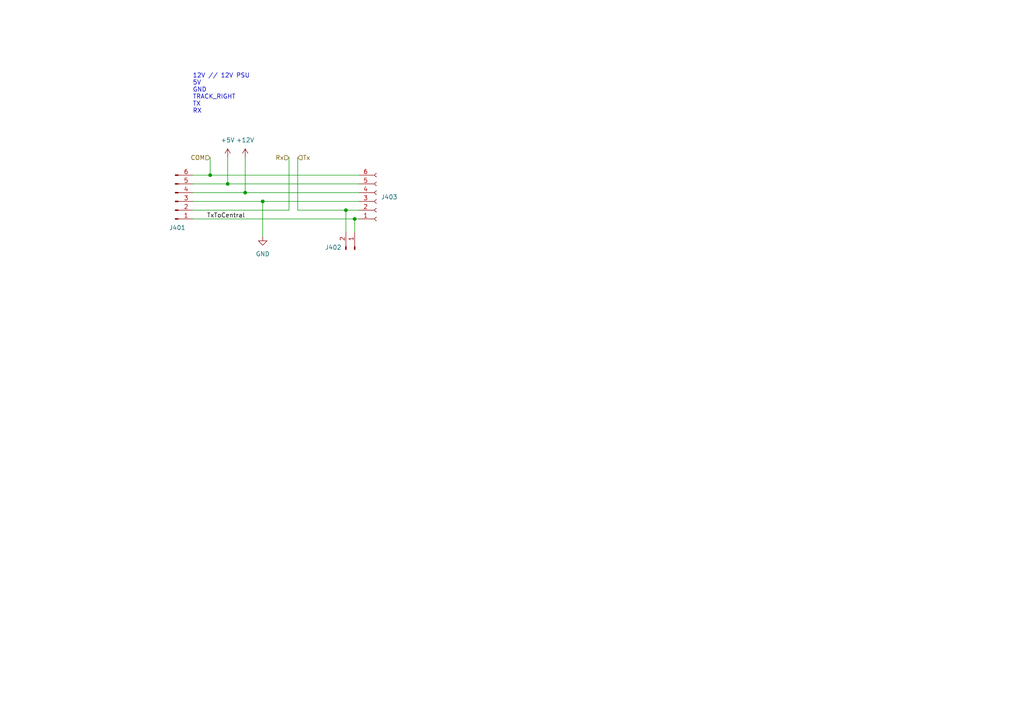
<source format=kicad_sch>
(kicad_sch (version 20230121) (generator eeschema)
  (paper "A4")
  (lib_symbols
    (symbol "Connector:Conn_01x02_Pin" (pin_names (offset 1.016) hide)
      (property "Reference" "J" (at 0 2.54 0))
      (property "Value" "Conn_01x02_Pin" (at 0 -5.08 0))
      (symbol "Conn_01x02_Pin_1_1"
        (polyline (pts (xy 1.27 -2.54) (xy 0.8636 -2.54)) (stroke (width 0.1524)))
        (polyline (pts (xy 1.27 0) (xy 0.8636 0)) (stroke (width 0.1524)))
        (rectangle (start 0.8636 -2.413) (end 0 -2.667) (stroke (width 0.1524)) (fill (type outline)))
        (rectangle (start 0.8636 0.127) (end 0 -0.127) (stroke (width 0.1524)) (fill (type outline)))
        (pin passive line (at 5.08 0 180) (length 3.81) (name "Pin_1") (number "1"))
        (pin passive line (at 5.08 -2.54 180) (length 3.81) (name "Pin_2") (number "2"))
      )
    )
    (symbol "Connector:Conn_01x06_Pin" (pin_names (offset 1.016) hide)
      (property "Reference" "J" (at 0 7.62 0))
      (property "Value" "Conn_01x06_Pin" (at 0 -10.16 0))
      (symbol "Conn_01x06_Pin_1_1"
        (polyline (pts (xy 1.27 -7.62) (xy 0.8636 -7.62)) (stroke (width 0.1524)))
        (polyline (pts (xy 1.27 -5.08) (xy 0.8636 -5.08)) (stroke (width 0.1524)))
        (polyline (pts (xy 1.27 -2.54) (xy 0.8636 -2.54)) (stroke (width 0.1524)))
        (polyline (pts (xy 1.27 0) (xy 0.8636 0)) (stroke (width 0.1524)))
        (polyline (pts (xy 1.27 2.54) (xy 0.8636 2.54)) (stroke (width 0.1524)))
        (polyline (pts (xy 1.27 5.08) (xy 0.8636 5.08)) (stroke (width 0.1524)))
        (rectangle (start 0.8636 -7.493) (end 0 -7.747) (stroke (width 0.1524)) (fill (type outline)))
        (rectangle (start 0.8636 -4.953) (end 0 -5.207) (stroke (width 0.1524)) (fill (type outline)))
        (rectangle (start 0.8636 -2.413) (end 0 -2.667) (stroke (width 0.1524)) (fill (type outline)))
        (rectangle (start 0.8636 0.127) (end 0 -0.127) (stroke (width 0.1524)) (fill (type outline)))
        (rectangle (start 0.8636 2.667) (end 0 2.413) (stroke (width 0.1524)) (fill (type outline)))
        (rectangle (start 0.8636 5.207) (end 0 4.953) (stroke (width 0.1524)) (fill (type outline)))
        (pin passive line (at 5.08 5.08 180) (length 3.81) (name "Pin_1") (number "1"))
        (pin passive line (at 5.08 2.54 180) (length 3.81) (name "Pin_2") (number "2"))
        (pin passive line (at 5.08 0 180) (length 3.81) (name "Pin_3") (number "3"))
        (pin passive line (at 5.08 -2.54 180) (length 3.81) (name "Pin_4") (number "4"))
        (pin passive line (at 5.08 -5.08 180) (length 3.81) (name "Pin_5") (number "5"))
        (pin passive line (at 5.08 -7.62 180) (length 3.81) (name "Pin_6") (number "6"))
      )
    )
    (symbol "Connector:Conn_01x06_Socket" (pin_names (offset 1.016) hide)
      (property "Reference" "J" (at 0 7.62 0))
      (property "Value" "Conn_01x06_Socket" (at 0 -10.16 0))
      (symbol "Conn_01x06_Socket_1_1"
        (arc (start 0 -7.112) (mid -0.5058 -7.62) (end 0 -8.128) (stroke (width 0.1524)))
        (arc (start 0 -4.572) (mid -0.5058 -5.08) (end 0 -5.588) (stroke (width 0.1524)))
        (arc (start 0 -2.032) (mid -0.5058 -2.54) (end 0 -3.048) (stroke (width 0.1524)))
        (polyline (pts (xy -1.27 -7.62) (xy -0.508 -7.62)) (stroke (width 0.1524)))
        (polyline (pts (xy -1.27 -5.08) (xy -0.508 -5.08)) (stroke (width 0.1524)))
        (polyline (pts (xy -1.27 -2.54) (xy -0.508 -2.54)) (stroke (width 0.1524)))
        (polyline (pts (xy -1.27 0) (xy -0.508 0)) (stroke (width 0.1524)))
        (polyline (pts (xy -1.27 2.54) (xy -0.508 2.54)) (stroke (width 0.1524)))
        (polyline (pts (xy -1.27 5.08) (xy -0.508 5.08)) (stroke (width 0.1524)))
        (arc (start 0 0.508) (mid -0.5058 0) (end 0 -0.508) (stroke (width 0.1524)))
        (arc (start 0 3.048) (mid -0.5058 2.54) (end 0 2.032) (stroke (width 0.1524)))
        (arc (start 0 5.588) (mid -0.5058 5.08) (end 0 4.572) (stroke (width 0.1524)))
        (pin passive line (at -5.08 5.08 0) (length 3.81) (name "Pin_1") (number "1"))
        (pin passive line (at -5.08 2.54 0) (length 3.81) (name "Pin_2") (number "2"))
        (pin passive line (at -5.08 0 0) (length 3.81) (name "Pin_3") (number "3"))
        (pin passive line (at -5.08 -2.54 0) (length 3.81) (name "Pin_4") (number "4"))
        (pin passive line (at -5.08 -5.08 0) (length 3.81) (name "Pin_5") (number "5"))
        (pin passive line (at -5.08 -7.62 0) (length 3.81) (name "Pin_6") (number "6"))
      )
    )
    (symbol "power:+12V" (power) (pin_names (offset 0))
      (property "Value" "+12V" (at 0 3.556 0))
      (symbol "+12V_0_1"
        (polyline (pts (xy -0.762 1.27) (xy 0 2.54)))
        (polyline (pts (xy 0 0) (xy 0 2.54)))
        (polyline (pts (xy 0 2.54) (xy 0.762 1.27)))
      )
      (symbol "+12V_1_1"
        (pin power_in line (at 0 0 90) (length 0) hide (name "+12V") (number "1"))
      )
    )
    (symbol "power:+5V" (power) (pin_names (offset 0))
      (property "Value" "+5V" (at 0 3.556 0))
      (symbol "+5V_0_1"
        (polyline (pts (xy -0.762 1.27) (xy 0 2.54)))
        (polyline (pts (xy 0 0) (xy 0 2.54)))
        (polyline (pts (xy 0 2.54) (xy 0.762 1.27)))
      )
      (symbol "+5V_1_1"
        (pin power_in line (at 0 0 90) (length 0) hide (name "+5V") (number "1"))
      )
    )
    (symbol "power:GND" (power) (pin_names (offset 0))
      (property "Value" "GND" (at 0 -3.81 0))
      (symbol "GND_0_1"
        (polyline (pts (xy 0 0) (xy 0 -1.27) (xy 1.27 -1.27) (xy 0 -2.54) (xy -1.27 -1.27) (xy 0 -1.27)))
      )
      (symbol "GND_1_1"
        (pin power_in line (at 0 0 270) (length 0) hide (name "GND") (number "1"))
      )
    )
  )
  (junction (at 100.33 60.96))
  (junction (at 102.87 63.5))
  (junction (at 66.04 53.34))
  (junction (at 76.2 58.42))
  (junction (at 60.96 50.8))
  (junction (at 71.12 55.88))
  (wire (pts (xy 71.12 55.88) (xy 104.14 55.88)))
  (wire (pts (xy 86.36 45.72) (xy 86.36 60.96)))
  (wire (pts (xy 55.88 50.8) (xy 60.96 50.8)))
  (wire (pts (xy 86.36 60.96) (xy 100.33 60.96)))
  (wire (pts (xy 55.88 63.5) (xy 102.87 63.5)))
  (wire (pts (xy 55.88 55.88) (xy 71.12 55.88)))
  (wire (pts (xy 60.96 50.8) (xy 104.14 50.8)))
  (wire (pts (xy 55.88 60.96) (xy 83.82 60.96)))
  (wire (pts (xy 60.96 45.72) (xy 60.96 50.8)))
  (wire (pts (xy 102.87 63.5) (xy 104.14 63.5)))
  (wire (pts (xy 83.82 45.72) (xy 83.82 60.96)))
  (wire (pts (xy 55.88 58.42) (xy 76.2 58.42)))
  (wire (pts (xy 100.33 60.96) (xy 104.14 60.96)))
  (wire (pts (xy 66.04 53.34) (xy 104.14 53.34)))
  (wire (pts (xy 55.88 53.34) (xy 66.04 53.34)))
  (wire (pts (xy 71.12 45.72) (xy 71.12 55.88)))
  (wire (pts (xy 102.87 63.5) (xy 102.87 67.31)))
  (wire (pts (xy 76.2 58.42) (xy 104.14 58.42)))
  (wire (pts (xy 100.33 60.96) (xy 100.33 67.31)))
  (wire (pts (xy 66.04 45.72) (xy 66.04 53.34)))
  (wire (pts (xy 76.2 58.42) (xy 76.2 68.58)))
  (text "12V // 12V PSU\n5V\nGND\nTRACK_RIGHT\nTX\nRX" (at 55.88 33.02 0) (effects (font (size 1.27 1.27)) (justify left bottom)))
  (label "TxToCentral" (at 71.12 63.5 180))
  (hierarchical_label "Rx" (shape input) (at 83.82 45.72 180))
  (hierarchical_label "Tx" (shape input) (at 86.36 45.72 0))
  (hierarchical_label "COM" (shape input) (at 60.96 45.72 180))
  (symbol (lib_id "Connector:Conn_01x06_Socket") (at 109.22 58.42 0) (mirror x) (unit 1)
    (property "Reference" "J403" (at 110.49 57.15 0) (effects (justify left)))
    (property "Value" "Conn_01x06_Socket" (effects hide))
    (property "Footprint" "Connector_PinSocket_2.54mm:PinSocket_1x06_P2.54mm_Horizontal" (effects hide))
  )
  (symbol (lib_id "Connector:Conn_01x06_Pin") (at 50.8 58.42 0) (mirror x) (unit 1)
    (property "Reference" "J401" (at 51.435 66.04 0))
    (property "Value" "Conn_01x06_Pin" (effects hide))
    (property "Footprint" "Connector_PinHeader_2.54mm:PinHeader_1x06_P2.54mm_Horizontal" (effects hide))
  )
  (symbol (lib_id "Connector:Conn_01x02_Pin") (at 102.87 72.39 270) (mirror x) (unit 1)
    (property "Reference" "J402" (at 99.06 71.755 90) (effects (justify right)))
    (property "Value" "Conn_01x02_Pin" (effects hide))
    (property "Footprint" "Connector_PinHeader_2.54mm:PinHeader_1x02_P2.54mm_Horizontal" (effects hide))
  )
  (symbol (lib_id "power:GND") (at 76.2 68.58 0) (unit 1)
    (property "Reference" "#PWR0403" (effects hide))
    (property "Value" "GND" (at 76.2 73.66 0))
  )
  (symbol (lib_id "power:+5V") (at 66.04 45.72 0) (unit 1)
    (property "Reference" "#PWR0402" (effects hide))
    (property "Value" "+5V" (at 66.04 40.64 0))
  )
  (symbol (lib_id "power:+12V") (at 71.12 45.72 0) (unit 1)
    (property "Reference" "#PWR0401" (effects hide))
    (property "Value" "+12V" (at 71.12 40.64 0))
  )
)
</source>
